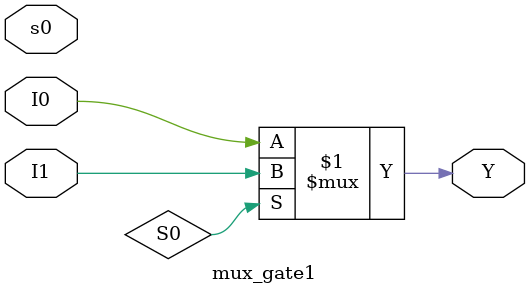
<source format=v>
module mux_gate1(s0,I0,I1,Y);
input s0,I0,I1;
output Y;
assign Y=S0 ? I1:I0;
endmodule


</source>
